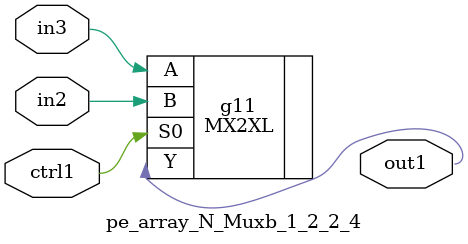
<source format=v>
`timescale 1ps / 1ps


module pe_array_N_Muxb_1_2_2_4(in3, in2, ctrl1, out1);
  input in3, in2, ctrl1;
  output out1;
  wire in3, in2, ctrl1;
  wire out1;
  MX2XL g11(.A (in3), .B (in2), .S0 (ctrl1), .Y (out1));
endmodule


</source>
